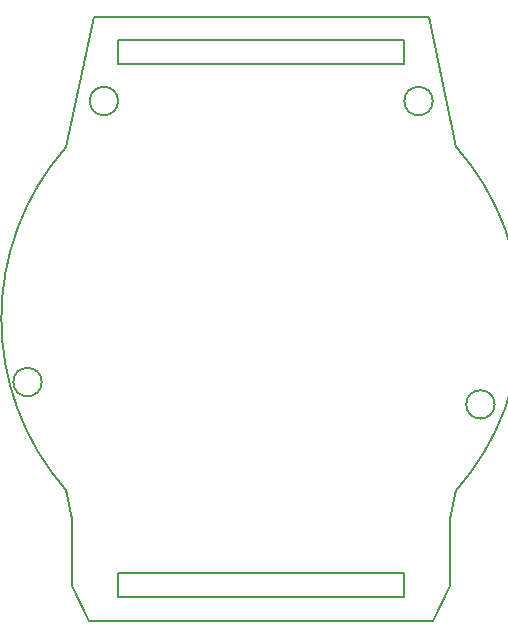
<source format=gbr>
G04 #@! TF.GenerationSoftware,KiCad,Pcbnew,5.1.8-1.fc33*
G04 #@! TF.CreationDate,2021-08-02T18:47:43+02:00*
G04 #@! TF.ProjectId,base24mm,62617365-3234-46d6-9d2e-6b696361645f,v2*
G04 #@! TF.SameCoordinates,Original*
G04 #@! TF.FileFunction,Profile,NP*
%FSLAX46Y46*%
G04 Gerber Fmt 4.6, Leading zero omitted, Abs format (unit mm)*
G04 Created by KiCad (PCBNEW 5.1.8-1.fc33) date 2021-08-02 18:47:43*
%MOMM*%
%LPD*%
G01*
G04 APERTURE LIST*
G04 #@! TA.AperFunction,Profile*
%ADD10C,0.200000*%
G04 #@! TD*
G04 APERTURE END LIST*
D10*
X208900000Y-146214372D02*
X233100000Y-146214372D01*
X233100000Y-144214372D02*
X233100000Y-146214372D01*
X208900000Y-144214372D02*
X208900000Y-146214372D01*
X233100000Y-144214372D02*
X208900000Y-144214372D01*
X236990000Y-145240000D02*
X235574840Y-148214080D01*
X237493266Y-108093707D02*
X235183680Y-97066100D01*
X206794100Y-97066100D02*
X235183680Y-97066100D01*
X208880000Y-101065628D02*
X208880000Y-99065628D01*
X233080000Y-99065628D02*
X208880000Y-99065628D01*
X208880000Y-101065628D02*
X233080000Y-101065628D01*
X233080000Y-101065628D02*
X233080000Y-99065628D01*
X208870000Y-104220000D02*
G75*
G03*
X208870000Y-104220000I-1200000J0D01*
G01*
X240750000Y-129910000D02*
G75*
G03*
X240750000Y-129910000I-1200000J0D01*
G01*
X235510000Y-104220000D02*
G75*
G03*
X235510000Y-104220000I-1200000J0D01*
G01*
X236990000Y-139580000D02*
X236990000Y-145240000D01*
X204990000Y-145240000D02*
X206405480Y-148214080D01*
X206405480Y-148214080D02*
X235574840Y-148214080D01*
X202400000Y-128010000D02*
G75*
G03*
X202400000Y-128010000I-1200000J0D01*
G01*
X204490001Y-108090001D02*
X206794100Y-97066100D01*
X204486734Y-137186293D02*
G75*
G02*
X204490001Y-108090001I16503266J14546293D01*
G01*
X237493266Y-108093707D02*
G75*
G02*
X237489999Y-137189999I-16503266J-14546293D01*
G01*
X204990000Y-139580000D02*
X204990000Y-145240000D01*
X204485040Y-137184371D02*
X204990000Y-139580000D01*
X237489999Y-137189999D02*
X236990000Y-139580000D01*
M02*

</source>
